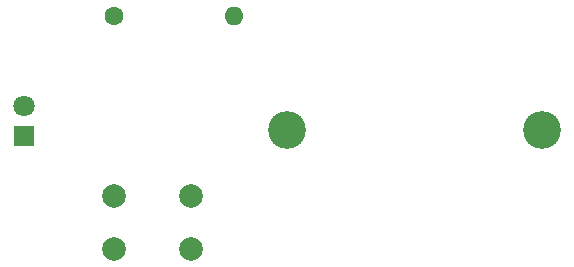
<source format=gbr>
%TF.GenerationSoftware,KiCad,Pcbnew,7.0.8*%
%TF.CreationDate,2023-10-10T10:39:54+02:00*%
%TF.ProjectId,test,74657374-2e6b-4696-9361-645f70636258,rev?*%
%TF.SameCoordinates,Original*%
%TF.FileFunction,Soldermask,Bot*%
%TF.FilePolarity,Negative*%
%FSLAX46Y46*%
G04 Gerber Fmt 4.6, Leading zero omitted, Abs format (unit mm)*
G04 Created by KiCad (PCBNEW 7.0.8) date 2023-10-10 10:39:54*
%MOMM*%
%LPD*%
G01*
G04 APERTURE LIST*
%ADD10C,3.204000*%
%ADD11C,2.000000*%
%ADD12C,1.600000*%
%ADD13O,1.600000X1.600000*%
%ADD14R,1.800000X1.800000*%
%ADD15C,1.800000*%
G04 APERTURE END LIST*
D10*
%TO.C,BAT1*%
X95880000Y-57910999D03*
X117480000Y-57910999D03*
%TD*%
D11*
%TO.C,SW1*%
X87780000Y-63500000D03*
X81280000Y-63500000D03*
X87780000Y-68000000D03*
X81280000Y-68000000D03*
%TD*%
D12*
%TO.C,R1*%
X81280000Y-48260000D03*
D13*
X91440000Y-48260000D03*
%TD*%
D14*
%TO.C,D1*%
X73660000Y-58420000D03*
D15*
X73660000Y-55880000D03*
%TD*%
M02*

</source>
